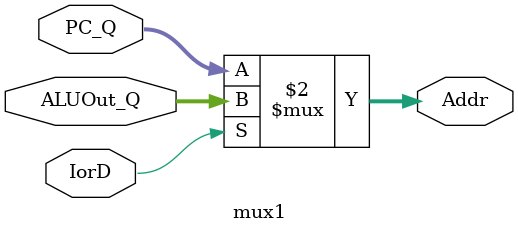
<source format=v>
`timescale 1ns / 1ps

module mux1(
  input IorD,
  input [31:0] PC_Q,
  input [31:0] ALUOut_Q,
  output [31:0] Addr
    );
  assign Addr=(IorD==0)? PC_Q:ALUOut_Q; 
endmodule

</source>
